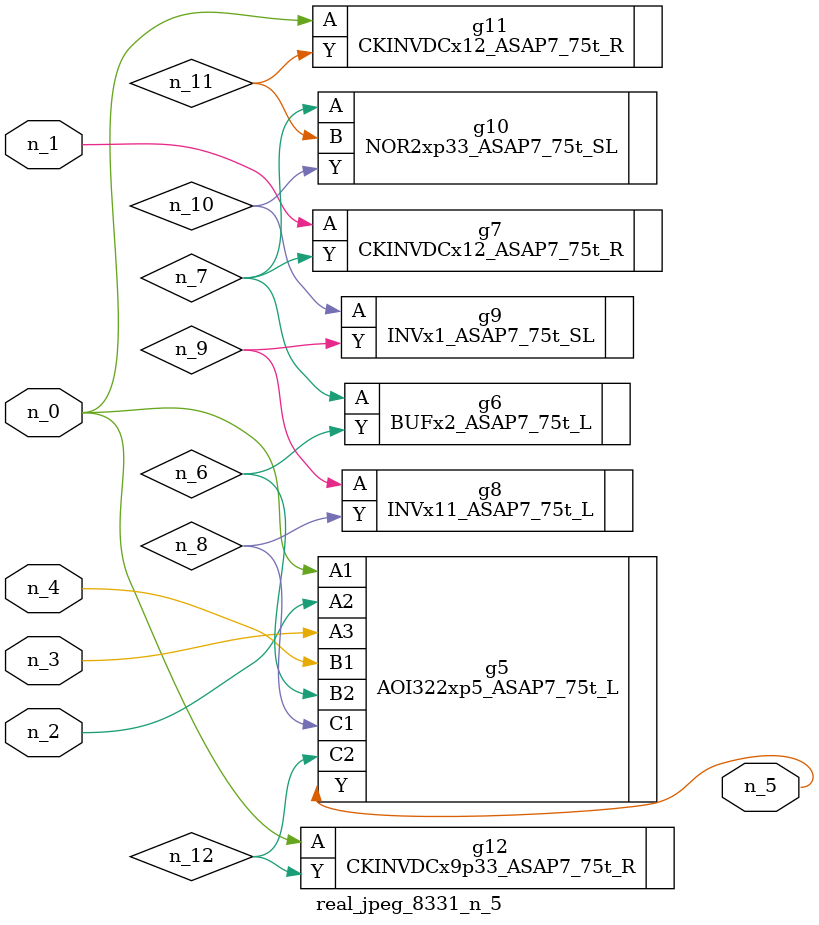
<source format=v>
module real_jpeg_8331_n_5 (n_4, n_0, n_1, n_2, n_3, n_5);

input n_4;
input n_0;
input n_1;
input n_2;
input n_3;

output n_5;

wire n_12;
wire n_8;
wire n_11;
wire n_6;
wire n_7;
wire n_10;
wire n_9;

AOI322xp5_ASAP7_75t_L g5 ( 
.A1(n_0),
.A2(n_2),
.A3(n_3),
.B1(n_4),
.B2(n_6),
.C1(n_8),
.C2(n_12),
.Y(n_5)
);

CKINVDCx12_ASAP7_75t_R g11 ( 
.A(n_0),
.Y(n_11)
);

CKINVDCx9p33_ASAP7_75t_R g12 ( 
.A(n_0),
.Y(n_12)
);

CKINVDCx12_ASAP7_75t_R g7 ( 
.A(n_1),
.Y(n_7)
);

BUFx2_ASAP7_75t_L g6 ( 
.A(n_7),
.Y(n_6)
);

NOR2xp33_ASAP7_75t_SL g10 ( 
.A(n_7),
.B(n_11),
.Y(n_10)
);

INVx11_ASAP7_75t_L g8 ( 
.A(n_9),
.Y(n_8)
);

INVx1_ASAP7_75t_SL g9 ( 
.A(n_10),
.Y(n_9)
);


endmodule
</source>
